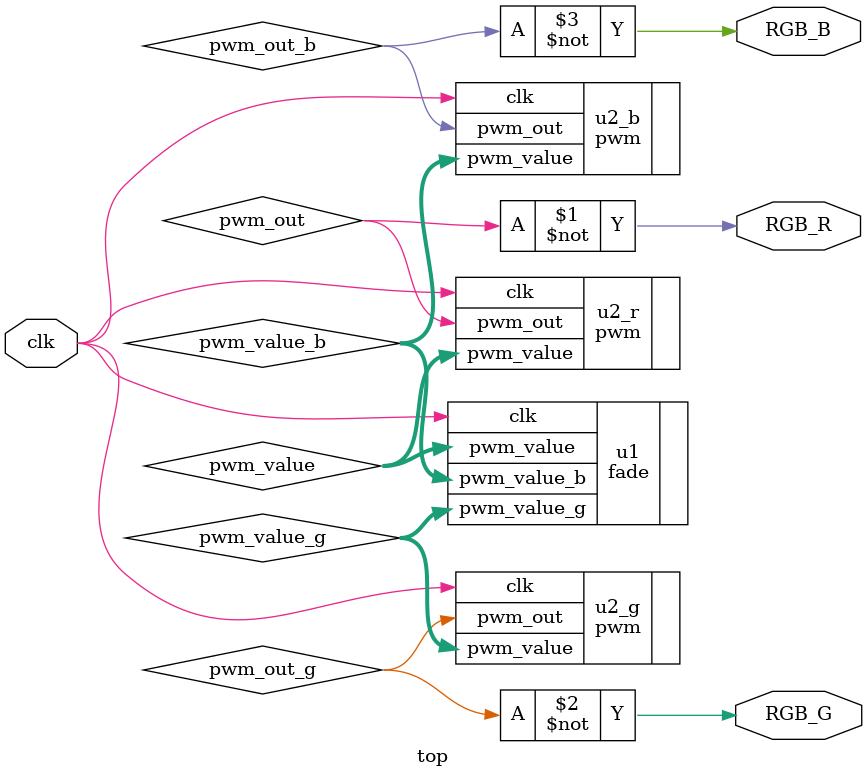
<source format=sv>
`include "fade.sv"
`include "pwm.sv"


module top #(
    parameter PWM_INTERVAL = 1200, // CLK frequency is 12MHz, so 1,200 cycles is 100us
    parameter INC_DEC_MAX = 200,
    parameter INC_DEC_INTERVAL = 10000
)(
    input  logic clk, 
    output logic RGB_R,
    output logic RGB_G,
    output logic RGB_B
);
    // Duty counts for RGB channels
    logic [$clog2(PWM_INTERVAL) - 1:0] pwm_value;
    logic [$clog2(PWM_INTERVAL) - 1:0] pwm_value_g;
    logic [$clog2(PWM_INTERVAL) - 1:0] pwm_value_b;

    // PWM outputs before inversion 
    logic pwm_out;
    logic pwm_out_g;
    logic pwm_out_b;

    // HSV duty generator
    fade #(
        .INC_DEC_INTERVAL  (INC_DEC_INTERVAL),
        .INC_DEC_MAX       (INC_DEC_MAX),
        .PWM_INTERVAL      (PWM_INTERVAL)
    ) u1 (
        .clk            (clk), 
        .pwm_value      (pwm_value),
        .pwm_value_g    (pwm_value_g),
        .pwm_value_b    (pwm_value_b)
    );

    // Declare 3 PWM channels, one per color
    pwm #(
        .PWM_INTERVAL   (PWM_INTERVAL)
    ) u2_r (
        .clk            (clk), 
        .pwm_value      (pwm_value), 
        .pwm_out        (pwm_out)
    );
    pwm #(
        .PWM_INTERVAL   (PWM_INTERVAL)
    ) u2_g (
        .clk            (clk), 
        .pwm_value      (pwm_value_g), 
        .pwm_out        (pwm_out_g)
    );
    pwm #(
        .PWM_INTERVAL   (PWM_INTERVAL)
    ) u2_b (
        .clk            (clk), 
        .pwm_value      (pwm_value_b), 
        .pwm_out        (pwm_out_b)
    );

    assign RGB_R = ~pwm_out;
    assign RGB_G = ~pwm_out_g;
    assign RGB_B = ~pwm_out_b;
endmodule

</source>
